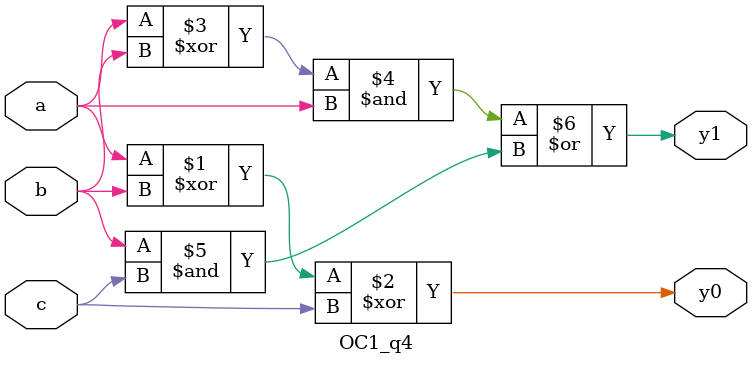
<source format=sv>
`timescale 1ns/1ns
module OC1_q4 (output y0, y1, input a, b, c);

    assign #(36, 38) y0 = a ^ b ^ c;
    assign #(37, 39) y1 = (a ^ b) & a | b & c;

endmodule
</source>
